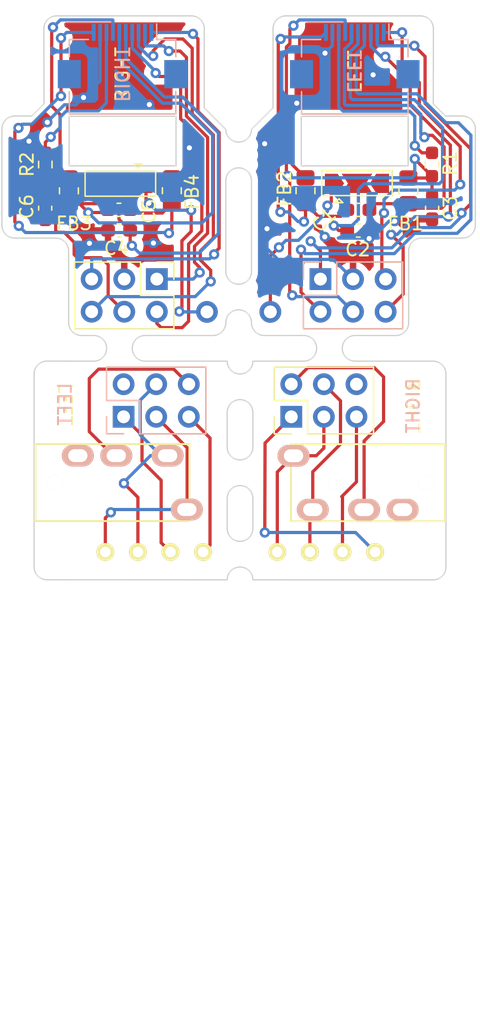
<source format=kicad_pcb>
(kicad_pcb (version 20211014) (generator pcbnew)
  (layers (0 "F.Cu" signal) (31 "B.Cu" signal) (34 "B.Paste" user) (35 "F.Paste" user) (36 "B.SilkS" user "B.Silkscreen") (37 "F.SilkS" user "F.Silkscreen") (38 "B.Mask" user) (39 "F.Mask" user) (44 "Edge.Cuts" user))
  (net 0 "")
  (net 2 "Net-(J1-Pad4)")
  (net 3 "Net-(J2-Pad1)")
  (net 4 "Net-(J2-Pad3)")
  (net 5 "Net-(J1-Pad1)")
  (net 6 "Net-(J1-Pad2)")
  (net 8 "Net-(J4-Pad1)")
  (net 9 "Net-(J4-Pad2)")
  (net 11 "Net-(J4-Pad4)")
  (net 12 "Net-(J5-Pad1)")
  (net 13 "Net-(J5-Pad3)")
  (net 15 "/L_DAT")
  (net 16 "/L_CS")
  (net 17 "/L_EIN")
  (net 18 "/L_DISP")
  (net 19 "VDDA")
  (net 20 "+3V3")
  (net 21 "/L_EXTMODE")
  (net 22 "GND")
  (net 23 "GNDA")
  (net 24 "/L_CLK")
  (net 25 "Net-(J9-Pad1)")
  (net 26 "/R_DISP")
  (net 27 "/R_CLK")
  (net 28 "/R_DAT")
  (net 29 "/R_CS")
  (net 30 "/R_EIN")
  (net 31 "/R_EXTMODE")
  (net 32 "Net-(J12-Pad1)")
  (footprint "Resistor_SMD:R_0603_1608Metric_Pad0.98x0.95mm_HandSolder" (layer "F.Cu") (at 60.522908 33.182859 90)
    (fp_text reference "R1")
    (fp_text value "10kΩ" hide)
  )
  (footprint "Resistor_SMD:R_0805_2012Metric_Pad1.20x1.40mm_HandSolder" (layer "F.Cu") (at 32.22262 35.23 90)
    (fp_text reference "FB3")
    (fp_text value "Ferrite_Bead" hide)
  )
  (footprint "Capacitor_SMD:C_0603_1608Metric_Pad1.08x0.95mm_HandSolder" (layer "F.Cu") (at 36.12262 36.71)
    (fp_text reference "C5")
    (fp_text value "1uF")
  )
  (footprint "TPS42-Shield:OLED" (layer "F.Cu") (at 38.87 63.37 180)
    (fp_text reference "J6" hide)
    (fp_text value "OLED" hide)
  )
  (footprint "Capacitor_SMD:C_0603_1608Metric_Pad1.08x0.95mm_HandSolder" (layer "F.Cu") (at 36.13262 38.32 180)
    (fp_text reference "C4")
    (fp_text value "560pF/680pF" hide)
  )
  (footprint "TPS42-Shield:mouse-bite-2mm-slot" (layer "F.Cu") (at 45.46 32.44 90)
    (fp_text reference "mouse-bite-2mm-slot" hide)
    (fp_text value "VAL**" hide)
  )
  (footprint "Capacitor_SMD:C_0603_1608Metric_Pad1.08x0.95mm_HandSolder" (layer "F.Cu") (at 54.772908 38.322859)
    (fp_text reference "C1")
    (fp_text value "560pF/680pF" hide)
  )
  (footprint "TPS42-Shield:mouse-bite-2mm-slot" (layer "F.Cu") (at 45.55 50.5 -90)
    (fp_text reference "mouse-bite-2mm-slot" hide)
    (fp_text value "VAL**" hide)
  )
  (footprint "Connector_PinHeader_2.54mm:PinHeader_2x03_P2.54mm_Vertical" (layer "F.Cu") (at 39.075 42.107859 -90)
    (fp_text reference "J11" hide)
    (fp_text value "Conn_01x06" hide)
  )
  (footprint "Resistor_SMD:R_0603_1608Metric_Pad0.98x0.95mm_HandSolder" (layer "F.Cu") (at 30.38262 33.18 90)
    (fp_text reference "R2")
    (fp_text value "10kΩ")
  )
  (footprint "TPS42-Shield:mouse-bite-2mm-slot" (layer "F.Cu") (at 45.56 63.54 -90)
    (fp_text reference "mouse-bite-2mm-slot" hide)
    (fp_text value "VAL**" hide)
  )
  (footprint "Capacitor_SMD:C_0603_1608Metric_Pad1.08x0.95mm_HandSolder" (layer "F.Cu") (at 54.782908 36.712859 180)
    (fp_text reference "C2")
    (fp_text value "1uF")
  )
  (footprint "Connector_PinHeader_2.54mm:PinHeader_1x01_P2.54mm_Vertical" (layer "F.Cu") (at 42.98 44.662859)
    (fp_text reference "J12" hide)
    (fp_text value "Conn_01x01" hide)
  )
  (footprint "TPS42-Shield:mouse-bite-2mm-slot" (layer "F.Cu") (at 45.45 43.5 90)
    (fp_text reference "mouse-bite-2mm-slot" hide)
    (fp_text value "VAL**" hide)
  )
  (footprint "TPS42-Shield:OLED" (layer "F.Cu") (at 52.275 63.37 180)
    (fp_text reference "J3")
    (fp_text value "OLED" hide)
  )
  (footprint "Capacitor_SMD:C_0603_1608Metric_Pad1.08x0.95mm_HandSolder" (layer "F.Cu") (at 30.37262 36.58 -90)
    (fp_text reference "C6")
    (fp_text value "1uF" hide)
  )
  (footprint "Capacitor_SMD:C_0603_1608Metric_Pad1.08x0.95mm_HandSolder" (layer "F.Cu") (at 60.532908 36.582859 -90)
    (fp_text reference "C3")
    (fp_text value "1uF")
  )
  (footprint "Resistor_SMD:R_0805_2012Metric_Pad1.20x1.40mm_HandSolder" (layer "F.Cu") (at 40.24262 35.22 90)
    (fp_text reference "FB4")
    (fp_text value "Ferrite_Bead" hide)
  )
  (footprint "Jumper:SolderJumper-3_P2.0mm_Open_TrianglePad1.0x1.5mm" (layer "F.Cu") (at 54.672908 34.650359)
    (fp_text reference "JP1" hide)
    (fp_text value "Jumper_3_Open" hide)
  )
  (footprint "Connector_PinHeader_2.54mm:PinHeader_2x03_P2.54mm_Vertical" (layer "F.Cu") (at 49.555 52.835 90)
    (fp_text reference "J2" hide)
    (fp_text value "Conn_01x06" hide)
  )
  (footprint "Resistor_SMD:R_0805_2012Metric_Pad1.20x1.40mm_HandSolder" (layer "F.Cu") (at 50.662908 35.222859 90)
    (fp_text reference "FB2")
    (fp_text value "Ferrite_Bead" hide)
  )
  (footprint "TPS42-Shield:mouse-bite-2mm-slot" (layer "F.Cu") (at 45.56 57.19 -90)
    (fp_text reference "mouse-bite-2mm-slot" hide)
    (fp_text value "VAL**" hide)
  )
  (footprint "Connector_PinHeader_2.54mm:PinHeader_1x01_P2.54mm_Vertical" (layer "F.Cu") (at 47.922908 44.662859)
    (fp_text reference "J9" hide)
    (fp_text value "Conn_01x01" hide)
  )
  (footprint "TPS42-Shield:mouse-bite-2mm-slot" (layer "F.Cu") (at 36.16 47.500199)
    (fp_text reference "mouse-bite-2mm-slot" hide)
    (fp_text value "VAL**" hide)
  )
  (footprint "Resistor_SMD:R_0805_2012Metric_Pad1.20x1.40mm_HandSolder" (layer "F.Cu") (at 58.682908 35.232859 90)
    (fp_text reference "FB1")
    (fp_text value "Ferrite_Bead" hide)
  )
  (footprint "TPS42-Shield:mouse-bite-2mm-slot" (layer "F.Cu") (at 52.53 47.5)
    (fp_text reference "mouse-bite-2mm-slot" hide)
    (fp_text value "VAL**" hide)
  )
  (footprint "Jumper:SolderJumper-3_P2.0mm_Open_TrianglePad1.0x1.5mm" (layer "F.Cu") (at 36.23262 34.65 180)
    (fp_text reference "JP2" hide)
    (fp_text value "Jumper_3_Open" hide)
  )
  (footprint "TPS42-Shield:MJ-4PP-9" (layer "B.Cu") (at 29.615 59.71 -90)
    (fp_text reference "J4" hide)
    (fp_text value "PJ-320A" hide)
  )
  (footprint "Connector_PinHeader_2.54mm:PinHeader_2x03_P2.54mm_Vertical" (layer "B.Cu") (at 41.565 52.835 90)
    (fp_text reference "J5" hide)
    (fp_text value "Conn_01x06" hide)
  )
  (footprint "Connector_FFC-FPC:Hirose_FH12-10S-0.5SH_1x10-1MP_P0.50mm_Horizontal" (layer "B.Cu") (at 54.502908 24.742859 180)
    (fp_text reference "J7" hide)
    (fp_text value "FH12-10S-0.5SH" hide)
  )
  (footprint "Connector_FFC-FPC:Hirose_FH12-10S-0.5SH_1x10-1MP_P0.50mm_Horizontal" (layer "B.Cu") (at 36.40262 24.74 180)
    (fp_text reference "J10" hide)
    (fp_text value "FH12-10S-0.5SH" hide)
  )
  (footprint "Connector_PinHeader_2.54mm:PinHeader_2x03_P2.54mm_Vertical" (layer "B.Cu") (at 51.827908 42.107859 -90)
    (fp_text reference "J8" hide)
    (fp_text value "Conn_01x06" hide)
  )
  (footprint "TPS42-Shield:MJ-4PP-9" (layer "B.Cu") (at 61.53 56.22 90)
    (fp_text reference "J1" hide)
    (fp_text value "PJ-320A" hide)
  )
  (gr_arc (start 62.902908 29.402859) (mid 63.610049 29.695767) (end 63.902957 30.402908) (layer "Edge.Cuts") (width 0.1))
  (gr_line (start 46.56 55.193604) (end 46.56 52.496396) (layer "Edge.Cuts") (width 0.1))
  (gr_arc (start 46.56 55.193604) (mid 45.56 56.193604) (end 44.56 55.193604) (layer "Edge.Cuts") (width 0.1))
  (gr_arc (start 48.132908 22.600025) (mid 48.425816 21.892884) (end 49.132957 21.599976) (layer "Edge.Cuts") (width 0.1))
  (gr_line (start 32.24 33.282859) (end 40.57 33.282859) (layer "Edge.Cuts") (width 0.1))
  (gr_line (start 61.572908 29.402859) (end 62.902908 29.402859) (layer "Edge.Cuts") (width 0.1))
  (gr_arc (start 63.902908 37.912859) (mid 63.61 38.62) (end 62.902859 38.912908) (layer "Edge.Cuts") (width 0.1))
  (gr_arc (start 44.56 52.496396) (mid 45.56 51.496396) (end 46.56 52.496396) (layer "Edge.Cuts") (width 0.1))
  (gr_line (start 60.632957 22.600074) (end 60.622908 28.452859) (layer "Edge.Cuts") (width 0.1))
  (gr_arc (start 29.507092 49.497141) (mid 29.8 48.79) (end 30.507141 48.497092) (layer "Edge.Cuts") (width 0.1))
  (gr_line (start 44.56 61.54) (end 44.56 59.19) (layer "Edge.Cuts") (width 0.1))
  (gr_arc (start 46.452859 41.506414) (mid 45.452859 42.506414) (end 44.452859 41.506414) (layer "Edge.Cuts") (width 0.1))
  (gr_line (start 29.507092 64.532859) (end 29.507092 49.497141) (layer "Edge.Cuts") (width 0.1))
  (gr_line (start 32.24 29.422859) (end 32.24 33.282859) (layer "Edge.Cuts") (width 0.1))
  (gr_line (start 29.33 29.402859) (end 30.28 28.452859) (layer "Edge.Cuts") (width 0.1))
  (gr_line (start 58.662908 29.422859) (end 50.332908 29.422859) (layer "Edge.Cuts") (width 0.1))
  (gr_arc (start 44.450049 45.50281) (mid 45.451454 44.501405) (end 46.452859 45.50281) (layer "Edge.Cuts") (width 0.1))
  (gr_line (start 38.16 48.500398) (end 44.56 48.5) (layer "Edge.Cuts") (width 0.1))
  (gr_line (start 54.53 46.499801) (end 57.702859 46.502908) (layer "Edge.Cuts") (width 0.1))
  (gr_line (start 32.2 45.502859) (end 32.2 39.912859) (layer "Edge.Cuts") (width 0.1))
  (gr_arc (start 59.632908 21.600025) (mid 60.340049 21.892933) (end 60.632957 22.600074) (layer "Edge.Cuts") (width 0.1))
  (gr_line (start 50.53 48.500199) (end 46.56 48.5) (layer "Edge.Cuts") (width 0.1))
  (gr_line (start 49.132957 21.599976) (end 59.632908 21.600025) (layer "Edge.Cuts") (width 0.1))
  (gr_arc (start 33.200049 46.502908) (mid 32.492908 46.21) (end 32.2 45.502859) (layer "Edge.Cuts") (width 0.1))
  (gr_arc (start 28.000049 38.912908) (mid 27.292908 38.62) (end 27 37.912859) (layer "Edge.Cuts") (width 0.1))
  (gr_line (start 38.16 46.5) (end 43.45 46.502859) (layer "Edge.Cuts") (width 0.1))
  (gr_arc (start 46.56 61.54) (mid 45.56 62.54) (end 44.56 61.54) (layer "Edge.Cuts") (width 0.1))
  (gr_arc (start 26.999951 30.402908) (mid 27.292859 29.695767) (end 28 29.402859) (layer "Edge.Cuts") (width 0.1))
  (gr_arc (start 44.56 65.536396) (mid 45.56 64.536396) (end 46.56 65.536396) (layer "Edge.Cuts") (width 0.1))
  (gr_line (start 42.77 22.600025) (end 42.77 28.762859) (layer "Edge.Cuts") (width 0.1))
  (gr_line (start 46.452859 41.506414) (end 46.452908 34.439255) (layer "Edge.Cuts") (width 0.1))
  (gr_arc (start 31.199951 38.91281) (mid 31.907092 39.205718) (end 32.2 39.912859) (layer "Edge.Cuts") (width 0.1))
  (gr_line (start 50.332908 33.282859) (end 58.662908 33.282859) (layer "Edge.Cuts") (width 0.1))
  (gr_arc (start 34.16 46.5) (mid 35.160199 47.500199) (end 34.16 48.500398) (layer "Edge.Cuts") (width 0.1))
  (gr_line (start 30.507141 48.497092) (end 34.16 48.500398) (layer "Edge.Cuts") (width 0.1))
  (gr_line (start 40.57 33.282859) (end 40.57 29.422859) (layer "Edge.Cuts") (width 0.1))
  (gr_arc (start 46.452908 30.442859) (mid 45.451454 31.444313) (end 44.45 30.442859) (layer "Edge.Cuts") (width 0.1))
  (gr_arc (start 41.769951 21.599976) (mid 42.477092 21.892884) (end 42.77 22.600025) (layer "Edge.Cuts") (width 0.1))
  (gr_arc (start 50.53 46.499801) (mid 51.530199 47.5) (end 50.53 48.500199) (layer "Edge.Cuts") (width 0.1))
  (gr_line (start 34.16 46.5) (end 33.200049 46.502908) (layer "Edge.Cuts") (width 0.1))
  (gr_line (start 62.902859 38.912908) (end 59.702957 38.91281) (layer "Edge.Cuts") (width 0.1))
  (gr_arc (start 58.702908 39.912859) (mid 58.995816 39.205718) (end 59.702957 38.91281) (layer "Edge.Cuts") (width 0.1))
  (gr_line (start 46.56 61.54) (end 46.56 59.19) (layer "Edge.Cuts") (width 0.1))
  (gr_line (start 54.53 48.500199) (end 60.61 48.5) (layer "Edge.Cuts") (width 0.1))
  (gr_line (start 63.902957 30.402908) (end 63.902908 37.912859) (layer "Edge.Cuts") (width 0.1))
  (gr_arc (start 44.450049 45.50281) (mid 44.157141 46.209951) (end 43.45 46.502859) (layer "Edge.Cuts") (width 0.1))
  (gr_arc (start 38.16 48.500398) (mid 37.159801 47.500199) (end 38.16 46.5) (layer "Edge.Cuts") (width 0.1))
  (gr_line (start 42.77 28.762859) (end 44.45 30.442859) (layer "Edge.Cuts") (width 0.1))
  (gr_line (start 60.622908 28.452859) (end 61.572908 29.402859) (layer "Edge.Cuts") (width 0.1))
  (gr_line (start 46.452908 30.442859) (end 48.132908 28.762859) (layer "Edge.Cuts") (width 0.1))
  (gr_line (start 40.57 29.422859) (end 32.24 29.422859) (layer "Edge.Cuts") (width 0.1))
  (gr_line (start 50.332908 29.422859) (end 50.332908 33.282859) (layer "Edge.Cuts") (width 0.1))
  (gr_arc (start 30.507141 65.532908) (mid 29.8 65.24) (end 29.507092 64.532859) (layer "Edge.Cuts") (width 0.1))
  (gr_line (start 48.132908 28.762859) (end 48.132908 22.600025) (layer "Edge.Cuts") (width 0.1))
  (gr_line (start 28 29.402859) (end 29.33 29.402859) (layer "Edge.Cuts") (width 0.1))
  (gr_arc (start 46.56 48.5) (mid 45.56 49.5) (end 44.56 48.5) (layer "Edge.Cuts") (width 0.1))
  (gr_arc (start 61.610049 64.54) (mid 61.317141 65.247141) (end 60.61 65.540049) (layer "Edge.Cuts") (width 0.1))
  (gr_line (start 58.702908 39.912859) (end 58.702908 45.502859) (layer "Edge.Cuts") (width 0.1))
  (gr_line (start 60.61 65.540049) (end 46.56 65.536396) (layer "Edge.Cuts") (width 0.1))
  (gr_arc (start 44.56 59.19) (mid 45.56 58.19) (end 46.56 59.19) (layer "Edge.Cuts") (width 0.1))
  (gr_line (start 44.56 52.496396) (end 44.56 55.193604) (layer "Edge.Cuts") (width 0.1))
  (gr_line (start 61.610049 49.500049) (end 61.610049 64.54) (layer "Edge.Cuts") (width 0.1))
  (gr_line (start 58.662908 33.282859) (end 58.662908 29.422859) (layer "Edge.Cuts") (width 0.1))
  (gr_arc (start 58.702908 45.502859) (mid 58.41 46.21) (end 57.702859 46.502908) (layer "Edge.Cuts") (width 0.1))
  (gr_line (start 31.27 21.600025) (end 41.769951 21.599976) (layer "Edge.Cuts") (width 0.1))
  (gr_arc (start 47.452908 46.502859) (mid 46.745767 46.209951) (end 46.452859 45.50281) (layer "Edge.Cuts") (width 0.1))
  (gr_arc (start 60.61 48.5) (mid 61.317141 48.792908) (end 61.610049 49.500049) (layer "Edge.Cuts") (width 0.1))
  (gr_line (start 30.28 28.452859) (end 30.269951 22.600074) (layer "Edge.Cuts") (width 0.1))
  (gr_arc (start 44.452908 34.439255) (mid 45.452908 33.439255) (end 46.452908 34.439255) (layer "Edge.Cuts") (width 0.1))
  (gr_line (start 44.452908 34.439255) (end 44.452859 41.506414) (layer "Edge.Cuts") (width 0.1))
  (gr_line (start 44.56 65.536396) (end 30.507141 65.532908) (layer "Edge.Cuts") (width 0.1))
  (gr_line (start 50.53 46.499801) (end 47.452908 46.502859) (layer "Edge.Cuts") (width 0.1))
  (gr_line (start 27 37.912859) (end 26.999951 30.402908) (layer "Edge.Cuts") (width 0.1))
  (gr_arc (start 30.269951 22.600074) (mid 30.562859 21.892933) (end 31.27 21.600025) (layer "Edge.Cuts") (width 0.1))
  (gr_arc (start 54.53 48.500199) (mid 53.529801 47.5) (end 54.53 46.499801) (layer "Edge.Cuts") (width 0.1))
  (gr_line (start 31.199951 38.91281) (end 28.000049 38.912908) (layer "Edge.Cuts") (width 0.1))
  (gr_text "RIGHT" (at 59.05 51.98 90) (layer "B.SilkS") (effects (font (size 1 1)) (justify mirror)))
  (gr_text "LEFT" (at 31.915 51.85 90) (layer "B.SilkS") (effects (font (size 1 1)) (justify mirror)))
  (gr_text "RIGHT" (at 36.38 26.17 270) (layer "B.SilkS") (effects (font (size 1 1)) (justify mirror)))
  (gr_text "LEFT" (at 54.43 25.92 270) (layer "B.SilkS") (effects (font (size 1 1)) (justify mirror)))
  (gr_text "RIGHT" (at 36.38 26.17 90) (layer "F.SilkS") (effects (font (size 1 1))))
  (gr_text "LEFT" (at 54.52 25.95 90) (layer "F.SilkS") (effects (font (size 1 1))))
  (gr_text "RIGHT" (at 58.990097 51.960766 270) (layer "F.SilkS") (effects (font (size 1 1))))
  (gr_text "LEFT" (at 31.915 51.85 270) (layer "F.SilkS") (effects (font (size 1 1))))
  (segment (start 48.465 57.135) (end 48.465 63.37) (width 0.25) (layer "F.Cu") (net 2))
  (segment (start 49.73 55.87) (end 48.465 57.135) (width 0.25) (layer "F.Cu") (net 2))
  (segment (start 52.095 55.275) (end 51.5 55.87) (width 0.25) (layer "F.Cu") (net 2))
  (segment (start 51.5 55.87) (end 49.73 55.87) (width 0.25) (layer "F.Cu") (net 2))
  (segment (start 52.095 52.835) (end 52.095 55.275) (width 0.25) (layer "F.Cu") (net 2))
  (segment (start 49.555 52.835) (end 47.51 54.88) (width 0.25) (layer "F.Cu") (net 3))
  (segment (start 47.51 54.88) (end 47.49 61.85) (width 0.25) (layer "F.Cu") (net 3))
  (via (at 47.49 61.85) (size 0.8) (drill 0.4) (layers "F.Cu" "B.Cu") (net 3))
  (segment (start 47.49 61.85) (end 54.565 61.85) (width 0.25) (layer "B.Cu") (net 3))
  (segment (start 54.565 61.85) (end 56.085 63.37) (width 0.25) (layer "B.Cu") (net 3))
  (segment (start 54.635 52.835) (end 54.635 57.905) (width 0.25) (layer "F.Cu") (net 4))
  (segment (start 54.635 57.905) (end 53.49 59.05) (width 0.25) (layer "F.Cu") (net 4))
  (segment (start 53.545 59.105) (end 53.545 63.37) (width 0.25) (layer "F.Cu") (net 4))
  (segment (start 53.49 59.05) (end 53.545 59.105) (width 0.25) (layer "F.Cu") (net 4))
  (segment (start 51.005 63.37) (end 51.005 60.295) (width 0.25) (layer "F.Cu") (net 5))
  (segment (start 53.39 54.96) (end 53.39 51.59) (width 0.25) (layer "F.Cu") (net 5))
  (segment (start 53.39 51.59) (end 52.095 50.295) (width 0.25) (layer "F.Cu") (net 5))
  (segment (start 51.23 57.12) (end 53.39 54.96) (width 0.25) (layer "F.Cu") (net 5))
  (segment (start 51.005 60.295) (end 51.23 60.07) (width 0.25) (layer "F.Cu") (net 5))
  (segment (start 51.23 60.07) (end 51.23 57.12) (width 0.25) (layer "F.Cu") (net 5))
  (segment (start 55.23 60.07) (end 55.23 54.72) (width 0.25) (layer "F.Cu") (net 6))
  (segment (start 56.03 49.01) (end 50.84 49.01) (width 0.25) (layer "F.Cu") (net 6))
  (segment (start 55.23 54.72) (end 56.75 53.2) (width 0.25) (layer "F.Cu") (net 6))
  (segment (start 56.75 49.73) (end 56.03 49.01) (width 0.25) (layer "F.Cu") (net 6))
  (segment (start 50.84 49.01) (end 49.555 50.295) (width 0.25) (layer "F.Cu") (net 6))
  (segment (start 56.75 53.2) (end 56.75 49.73) (width 0.25) (layer "F.Cu") (net 6))
  (segment (start 37.6 63.37) (end 37.6 59.11) (width 0.25) (layer "F.Cu") (net 8))
  (segment (start 37.6 59.11) (end 36.51 58.02) (width 0.25) (layer "F.Cu") (net 8))
  (via (at 36.51 58.02) (size 0.8) (drill 0.4) (layers "F.Cu" "B.Cu") (net 8))
  (segment (start 36.51 57.93) (end 36.51 58.02) (width 0.25) (layer "B.Cu") (net 8))
  (segment (start 39.025 50.295) (end 37.78 51.54) (width 0.25) (layer "B.Cu") (net 8))
  (segment (start 39.4 55.86) (end 39.915 55.86) (width 0.25) (layer "B.Cu") (net 8))
  (segment (start 37.78 51.54) (end 37.78 54.24) (width 0.25) (layer "B.Cu") (net 8))
  (segment (start 37.78 54.24) (end 39.4 55.86) (width 0.25) (layer "B.Cu") (net 8))
  (segment (start 39.915 55.86) (end 38.58 55.86) (width 0.25) (layer "B.Cu") (net 8))
  (segment (start 38.58 55.86) (end 36.51 57.93) (width 0.25) (layer "B.Cu") (net 8))
  (segment (start 33.81 53.99) (end 33.81 49.85) (width 0.25) (layer "F.Cu") (net 9))
  (segment (start 35.68 55.86) (end 33.81 53.99) (width 0.25) (layer "F.Cu") (net 9))
  (segment (start 35.915 55.86) (end 35.68 55.86) (width 0.25) (layer "F.Cu") (net 9))
  (segment (start 33.81 49.85) (end 34.539511 49.120489) (width 0.25) (layer "F.Cu") (net 9))
  (segment (start 40.390489 49.120489) (end 41.565 50.295) (width 0.25) (layer "F.Cu") (net 9))
  (segment (start 34.539511 49.120489) (end 40.390489 49.120489) (width 0.25) (layer "F.Cu") (net 9))
  (segment (start 35.06 63.37) (end 35.06 60.71) (width 0.25) (layer "F.Cu") (net 11))
  (segment (start 41.43952 60.03548) (end 41.415 60.06) (width 0.25) (layer "F.Cu") (net 11))
  (segment (start 35.06 60.71) (end 35.49 60.28) (width 0.25) (layer "F.Cu") (net 11))
  (segment (start 39.025 52.835) (end 41.43952 55.24952) (width 0.25) (layer "F.Cu") (net 11))
  (segment (start 41.43952 55.24952) (end 41.43952 60.03548) (width 0.25) (layer "F.Cu") (net 11))
  (via (at 35.49 60.28) (size 0.8) (drill 0.4) (layers "F.Cu" "B.Cu") (net 11))
  (segment (start 35.71 60.06) (end 35.49 60.28) (width 0.25) (layer "B.Cu") (net 11))
  (segment (start 41.415 60.06) (end 35.71 60.06) (width 0.25) (layer "B.Cu") (net 11))
  (segment (start 43.22 62.83) (end 43.22 54.49) (width 0.25) (layer "F.Cu") (net 12))
  (segment (start 42.68 63.37) (end 43.22 62.83) (width 0.25) (layer "F.Cu") (net 12))
  (segment (start 43.22 54.49) (end 41.565 52.835) (width 0.25) (layer "F.Cu") (net 12))
  (segment (start 37.92 56.29) (end 39.41 57.78) (width 0.25) (layer "F.Cu") (net 13))
  (segment (start 39.41 57.78) (end 39.41 62.64) (width 0.25) (layer "F.Cu") (net 13))
  (segment (start 36.485 52.835) (end 37.92 54.27) (width 0.25) (layer "F.Cu") (net 13))
  (segment (start 37.92 54.27) (end 37.92 56.29) (width 0.25) (layer "F.Cu") (net 13))
  (segment (start 39.41 62.64) (end 40.14 63.37) (width 0.25) (layer "F.Cu") (net 13))
  (segment (start 62.828408 36.955081) (end 63.532908 36.250581) (width 0.25) (layer "F.Cu") (net 15))
  (segment (start 59.982428 28.406661) (end 59.982428 24.765348) (width 0.25) (layer "F.Cu") (net 15))
  (segment (start 51.827908 39.917765) (end 51.827908 42.107859) (width 0.25) (layer "F.Cu") (net 15))
  (segment (start 63.532908 36.250581) (end 63.532908 31.957141) (width 0.25) (layer "F.Cu") (net 15))
  (segment (start 59.982428 24.765348) (end 59.146749 23.929669) (width 0.25) (layer "F.Cu") (net 15))
  (segment (start 63.532908 31.957141) (end 59.982428 28.406661) (width 0.25) (layer "F.Cu") (net 15))
  (segment (start 51.067065 39.156922) (end 51.827908 39.917765) (width 0.25) (layer "F.Cu") (net 15))
  (via (at 51.067065 39.156922) (size 0.8) (drill 0.4) (layers "F.Cu" "B.Cu") (net 15))
  (via (at 62.828408 36.955081) (size 0.8) (drill 0.4) (layers "F.Cu" "B.Cu") (net 15))
  (via (at 59.146749 23.929669) (size 0.8) (drill 0.4) (layers "F.Cu" "B.Cu") (net 15))
  (segment (start 61.967042 38.093339) (end 62.828408 37.231973) (width 0.25) (layer "B.Cu") (net 15))
  (segment (start 62.828408 37.231973) (end 62.828408 36.955081) (width 0.25) (layer "B.Cu") (net 15))
  (segment (start 56.343886 23.932859) (end 59.146749 23.929669) (width 0.25) (layer "B.Cu") (net 15))
  (segment (start 51.067065 39.156922) (end 51.583482 39.673339) (width 0.25) (layer "B.Cu") (net 15))
  (segment (start 57.39671 39.673339) (end 58.97671 38.093339) (width 0.25) (layer "B.Cu") (net 15))
  (segment (start 56.252908 22.892859) (end 56.252908 23.841881) (width 0.25) (layer "B.Cu") (net 15))
  (segment (start 56.252908 23.841881) (end 56.343886 23.932859) (width 0.25) (layer "B.Cu") (net 15))
  (segment (start 51.583482 39.673339) (end 57.39671 39.673339) (width 0.25) (layer "B.Cu") (net 15))
  (segment (start 58.97671 38.093339) (end 61.967042 38.093339) (width 0.25) (layer "B.Cu") (net 15))
  (segment (start 61.952908 37.082859) (end 61.952908 31.667141) (width 0.25) (layer "F.Cu") (net 16))
  (segment (start 57.337408 38.638839) (end 58.272908 39.574339) (width 0.25) (layer "F.Cu") (net 16))
  (segment (start 58.822908 28.537141) (end 58.822908 26.722859) (width 0.25) (layer "F.Cu") (net 16))
  (segment (start 58.272908 43.282859) (end 56.907908 44.647859) (width 0.25) (layer "F.Cu") (net 16))
  (segment (start 61.952908 31.667141) (end 58.822908 28.537141) (width 0.25) (layer "F.Cu") (net 16))
  (segment (start 58.822908 26.722859) (end 56.882908 24.782859) (width 0.25) (layer "F.Cu") (net 16))
  (segment (start 61.792908 37.242859) (end 61.952908 37.082859) (width 0.25) (layer "F.Cu") (net 16))
  (segment (start 58.272908 39.574339) (end 58.272908 43.282859) (width 0.25) (layer "F.Cu") (net 16))
  (via (at 61.792908 37.242859) (size 0.8) (drill 0.4) (layers "F.Cu" "B.Cu") (net 16))
  (via (at 57.337408 38.638839) (size 0.8) (drill 0.4) (layers "F.Cu" "B.Cu") (net 16))
  (via (at 56.882908 24.782859) (size 0.8) (drill 0.4) (layers "F.Cu" "B.Cu") (net 16))
  (segment (start 55.752908 23.977599) (end 56.558168 24.782859) (width 0.25) (layer "B.Cu") (net 16))
  (segment (start 57.795492 38.638839) (end 59.191472 37.242859) (width 0.25) (layer "B.Cu") (net 16))
  (segment (start 56.558168 24.782859) (end 56.882908 24.782859) (width 0.25) (layer "B.Cu") (net 16))
  (segment (start 59.191472 37.242859) (end 61.792908 37.242859) (width 0.25) (layer "B.Cu") (net 16))
  (segment (start 57.337408 38.638839) (end 57.795492 38.638839) (width 0.25) (layer "B.Cu") (net 16))
  (segment (start 55.752908 22.892859) (end 55.752908 23.977599) (width 0.25) (layer "B.Cu") (net 16))
  (segment (start 50.312908 43.132859) (end 51.827908 44.647859) (width 0.25) (layer "F.Cu") (net 17))
  (segment (start 50.312908 39.812859) (end 50.312908 43.132859) (width 0.25) (layer "F.Cu") (net 17))
  (via (at 50.312908 39.812859) (size 0.8) (drill 0.4) (layers "F.Cu" "B.Cu") (net 17))
  (segment (start 59.354348 27.674299) (end 54.774348 27.674299) (width 0.25) (layer "B.Cu") (net 17))
  (segment (start 63.552908 30.892859) (end 62.582908 29.922859) (width 0.25) (layer "B.Cu") (net 17))
  (segment (start 50.622908 40.122859) (end 57.582908 40.122859) (width 0.25) (layer "B.Cu") (net 17))
  (segment (start 55.252908 23.924295) (end 55.252908 22.892859) (width 0.25) (layer "B.Cu") (net 17))
  (segment (start 63.552908 37.472859) (end 63.552908 30.892859) (width 0.25) (layer "B.Cu") (net 17))
  (segment (start 54.774348 27.674299) (end 54.608626 27.508577) (width 0.25) (layer "B.Cu") (net 17))
  (segment (start 57.582908 40.122859) (end 59.162908 38.542859) (width 0.25) (layer "B.Cu") (net 17))
  (segment (start 62.482908 38.542859) (end 63.552908 37.472859) (width 0.25) (layer "B.Cu") (net 17))
  (segment (start 61.602908 29.922859) (end 59.354348 27.674299) (width 0.25) (layer "B.Cu") (net 17))
  (segment (start 62.582908 29.922859) (end 61.602908 29.922859) (width 0.25) (layer "B.Cu") (net 17))
  (segment (start 50.312908 39.812859) (end 50.622908 40.122859) (width 0.25) (layer "B.Cu") (net 17))
  (segment (start 59.162908 38.542859) (end 62.482908 38.542859) (width 0.25) (layer "B.Cu") (net 17))
  (segment (start 54.608626 24.568577) (end 55.252908 23.924295) (width 0.25) (layer "B.Cu") (net 17))
  (segment (start 54.608626 27.508577) (end 54.608626 24.568577) (width 0.25) (layer "B.Cu") (net 17))
  (segment (start 54.782428 37.450839) (end 54.782428 34.759879) (width 0.25) (layer "F.Cu") (net 18))
  (segment (start 52.865704 37.937359) (end 53.251204 38.322859) (width 0.25) (layer "F.Cu") (net 18))
  (segment (start 53.910408 38.322859) (end 54.782428 37.450839) (width 0.25) (layer "F.Cu") (net 18))
  (segment (start 53.251204 38.322859) (end 53.910408 38.322859) (width 0.25) (layer "F.Cu") (net 18))
  (segment (start 54.782428 34.759879) (end 54.672908 34.650359) (width 0.25) (layer "F.Cu") (net 18))
  (via (at 52.865704 37.937359) (size 0.8) (drill 0.4) (layers "F.Cu" "B.Cu") (net 18))
  (segment (start 54.312908 28.123819) (end 54.151948 27.962859) (width 0.25) (layer "B.Cu") (net 18))
  (segment (start 54.752908 23.788577) (end 54.752908 22.892859) (width 0.25) (layer "B.Cu") (net 18))
  (segment (start 60.112428 29.090943) (end 59.145304 28.123819) (width 0.25) (layer "B.Cu") (net 18))
  (segment (start 52.865704 37.937359) (end 54.298408 37.937359) (width 0.25) (layer "B.Cu") (net 18))
  (segment (start 54.151948 27.962859) (end 54.151948 24.389537) (width 0.25) (layer "B.Cu") (net 18))
  (segment (start 55.222908 34.682859) (end 61.092908 34.682859) (width 0.25) (layer "B.Cu") (net 18))
  (segment (start 61.345049 30.300718) (end 60.135274 29.090943) (width 0.25) (layer "B.Cu") (net 18))
  (segment (start 54.782908 35.122859) (end 55.222908 34.682859) (width 0.25) (layer "B.Cu") (net 18))
  (segment (start 54.782908 37.452859) (end 54.782908 35.122859) (width 0.25) (layer "B.Cu") (net 18))
  (segment (start 61.345049 34.430718) (end 61.345049 30.300718) (width 0.25) (layer "B.Cu") (net 18))
  (segment (start 61.092908 34.682859) (end 61.345049 34.430718) (width 0.25) (layer "B.Cu") (net 18))
  (segment (start 54.298408 37.937359) (end 54.782908 37.452859) (width 0.25) (layer "B.Cu") (net 18))
  (segment (start 59.145304 28.123819) (end 54.312908 28.123819) (width 0.25) (layer "B.Cu") (net 18))
  (segment (start 60.135274 29.090943) (end 60.112428 29.090943) (width 0.25) (layer "B.Cu") (net 18))
  (segment (start 54.151948 24.389537) (end 54.752908 23.788577) (width 0.25) (layer "B.Cu") (net 18))
  (segment (start 32.22262 36.23) (end 33.04 36.23) (width 0.25) (layer "F.Cu") (net 19))
  (segment (start 35.05012 36.92) (end 35.26012 36.71) (width 0.25) (layer "F.Cu") (net 19))
  (segment (start 58.682908 36.232859) (end 56.125408 36.232859) (width 0.25) (layer "F.Cu") (net 19))
  (segment (start 34.78012 36.23) (end 35.26012 36.71) (width 0.25) (layer "F.Cu") (net 19))
  (segment (start 61.462908 31.812859) (end 61.462908 36.392859) (width 0.25) (layer "F.Cu") (net 19))
  (segment (start 60.551948 30.901899) (end 61.462908 31.812859) (width 0.25) (layer "F.Cu") (net 19))
  (segment (start 59.927408 31.052859) (end 60.078368 30.901899) (width 0.25) (layer "F.Cu") (net 19))
  (segment (start 60.078368 30.901899) (end 60.551948 30.901899) (width 0.25) (layer "F.Cu") (net 19))
  (segment (start 61.273388 36.582379) (end 59.032428 36.582379) (width 0.25) (layer "F.Cu") (net 19))
  (segment (start 61.462908 36.392859) (end 61.273388 36.582379) (width 0.25) (layer "F.Cu") (net 19))
  (segment (start 59.032428 36.582379) (end 58.682908 36.232859) (width 0.25) (layer "F.Cu") (net 19))
  (segment (start 33.73 36.92) (end 35.05012 36.92) (width 0.25) (layer "F.Cu") (net 19))
  (segment (start 32.22262 36.23) (end 34.78012 36.23) (width 0.25) (layer "F.Cu") (net 19))
  (segment (start 56.125408 36.232859) (end 55.645408 36.712859) (width 0.25) (layer "F.Cu") (net 19))
  (segment (start 33.04 36.23) (end 33.73 36.92) (width 0.25) (layer "F.Cu") (net 19))
  (via (at 33.73 36.92) (size 0.8) (drill 0.4) (layers "F.Cu" "B.Cu") (net 19))
  (via (at 59.927408 31.052859) (size 0.8) (drill 0.4) (layers "F.Cu" "B.Cu") (net 19))
  (segment (start 39.514282 28.4) (end 36.15262 25.038338) (width 0.25) (layer "B.Cu") (net 19))
  (segment (start 59.652428 30.777879) (end 59.652428 29.266662) (width 0.25) (layer "B.Cu") (net 19))
  (segment (start 33.73 36.92) (end 34.54 37.73) (width 0.25) (layer "B.Cu") (net 19))
  (segment (start 36.15262 25.038338) (end 36.15262 22.89) (width 0.25) (layer "B.Cu") (net 19))
  (segment (start 34.54 37.73) (end 42.6 37.73) (width 0.25) (layer "B.Cu") (net 19))
  (segment (start 43.42048 36.90952) (end 43.42048 30.886198) (width 0.25) (layer "B.Cu") (net 19))
  (segment (start 43.42048 30.886198) (end 40.934282 28.4) (width 0.25) (layer "B.Cu") (net 19))
  (segment (start 54.252908 23.652859) (end 54.252908 22.892859) (width 0.25) (layer "B.Cu") (net 19))
  (segment (start 53.702428 24.203339) (end 54.252908 23.652859) (width 0.25) (layer "B.Cu") (net 19))
  (segment (start 59.652428 29.266662) (end 58.959106 28.573339) (width 0.25) (layer "B.Cu") (net 19))
  (segment (start 42.6 37.73) (end 43.42048 36.90952) (width 0.25) (layer "B.Cu") (net 19))
  (segment (start 53.813388 28.573339) (end 53.702428 28.462379) (width 0.25) (layer "B.Cu") (net 19))
  (segment (start 58.959106 28.573339) (end 53.813388 28.573339) (width 0.25) (layer "B.Cu") (net 19))
  (segment (start 40.934282 28.4) (end 39.514282 28.4) (width 0.25) (layer "B.Cu") (net 19))
  (segment (start 59.927408 31.052859) (end 59.652428 30.777879) (width 0.25) (layer "B.Cu") (net 19))
  (segment (start 53.702428 28.462379) (end 53.702428 24.203339) (width 0.25) (layer "B.Cu") (net 19))
  (segment (start 31.53 29.28) (end 30.88 28.63) (width 0.25) (layer "F.Cu") (net 20))
  (segment (start 56.672908 34.650359) (end 58.265408 34.650359) (width 0.25) (layer "F.Cu") (net 20))
  (segment (start 49.262908 34.062859) (end 49.172428 33.972379) (width 0.25) (layer "F.Cu") (net 20))
  (segment (start 58.682908 34.232859) (end 60.385408 34.232859) (width 0.25) (layer "F.Cu") (net 20))
  (segment (start 32.22262 34.23) (end 32.22 34.23) (width 0.25) (layer "F.Cu") (net 20))
  (segment (start 32.22262 34.23) (end 33.81262 34.23) (width 0.25) (layer "F.Cu") (net 20))
  (segment (start 30.6175 35.7175) (end 31.19 36.29) (width 0.25) (layer "F.Cu") (net 20))
  (segment (start 30.88 22.59) (end 30.98 22.49) (width 0.25) (layer "F.Cu") (net 20))
  (segment (start 49.447419 22.618348) (end 49.492908 22.572859) (width 0.25) (layer "F.Cu") (net 20))
  (segment (start 32.22 34.23) (end 31.53 33.54) (width 0.25) (layer "F.Cu") (net 20))
  (segment (start 60.522908 35.710359) (end 60.532908 35.720359) (width 0.25) (layer "F.Cu") (net 20))
  (segment (start 49.447419 23.757868) (end 49.447419 22.618348) (width 0.25) (layer "F.Cu") (net 20))
  (segment (start 30.38262 35.7075) (end 30.37262 35.7175) (width 0.25) (layer "F.Cu") (net 20))
  (segment (start 58.265408 34.650359) (end 58.682908 34.232859) (width 0.25) (layer "F.Cu") (net 20))
  (segment (start 33.81262 34.23) (end 34.23262 34.65) (width 0.25) (layer "F.Cu") (net 20))
  (segment (start 60.385408 34.232859) (end 60.522908 34.095359) (width 0.25) (layer "F.Cu") (net 20))
  (segment (start 49.629711 43.373987) (end 49.432908 43.177184) (width 0.25) (layer "F.Cu") (net 20))
  (segment (start 49.492908 22.572859) (end 49.512908 22.572859) (width 0.25) (layer "F.Cu") (net 20))
  (segment (start 35.28 40.98) (end 35.28 43.392859) (width 0.25) (layer "F.Cu") (net 20))
  (segment (start 60.522908 34.095359) (end 60.522908 35.710359) (width 0.25) (layer "F.Cu") (net 20))
  (segment (start 59.180579 32.75303) (end 60.522908 34.095359) (width 0.25) (layer "F.Cu") (net 20))
  (segment (start 34.74 40.44) (end 35.28 40.98) (width 0.25) (layer "F.Cu") (net 20))
  (segment (start 31.85 38.46) (end 32.63 39.24) (width 0.25) (layer "F.Cu") (net 20))
  (segment (start 30.38262 34.0925) (end 30.38262 35.7075) (width 0.25) (layer "F.Cu") (net 20))
  (segment (start 30.88 28.63) (end 30.88 22.59) (width 0.25) (layer "F.Cu") (net 20))
  (segment (start 32.88 40.44) (end 34.74 40.44) (width 0.25) (layer "F.Cu") (net 20))
  (segment (start 49.432908 34.232859) (end 49.262908 34.062859) (width 0.25) (layer "F.Cu") (net 20))
  (segment (start 35.28 43.392859) (end 36.535 44.647859) (width 0.25) (layer "F.Cu") (net 20))
  (segment (start 31.53 33.54) (end 31.53 29.28) (width 0.25) (layer "F.Cu") (net 20))
  (segment (start 30.38262 34.0925) (end 32.08512 34.0925) (width 0.25) (layer "F.Cu") (net 20))
  (segment (start 30.37262 35.7175) (end 30.6175 35.7175) (width 0.25) (layer "F.Cu") (net 20))
  (segment (start 49.512908 22.572859) (end 49.722908 22.362859) (width 0.25) (layer "F.Cu") (net 20))
  (segment (start 32.63 40.19) (end 32.88 40.44) (width 0.25) (layer "F.Cu") (net 20))
  (segment (start 31.19 36.29) (end 31.19 38.33) (width 0.25) (layer "F.Cu") (net 20))
  (segment (start 32.63 39.24) (end 32.63 40.19) (width 0.25) (layer "F.Cu") (net 20))
  (segment (start 32.08512 34.0925) (end 32.22262 34.23) (width 0.25) (layer "F.Cu") (net 20))
  (segment (start 31.19 38.33) (end 31.32 38.46) (width 0.25) (layer "F.Cu") (net 20))
  (segment (start 49.172428 33.972379) (end 49.172428 24.032859) (width 0.25) (layer "F.Cu") (net 20))
  (segment (start 49.432908 43.177184) (end 49.432908 34.232859) (width 0.25) (layer "F.Cu") (net 20))
  (segment (start 31.32 38.46) (end 31.85 38.46) (width 0.25) (layer "F.Cu") (net 20))
  (segment (start 49.172428 24.032859) (end 49.447419 23.757868) (width 0.25) (layer "F.Cu") (net 20))
  (segment (start 59.180579 32.74173) (end 59.180579 32.75303) (width 0.25) (layer "F.Cu") (net 20))
  (via (at 49.262908 34.062859) (size 0.8) (drill 0.4) (layers "F.Cu" "B.Cu") (net 20))
  (via (at 49.722908 22.362859) (size 0.8) (drill 0.4) (layers "F.Cu" "B.Cu") (net 20))
  (via (at 49.629711 43.373987) (size 0.8) (drill 0.4) (layers "F.Cu" "B.Cu") (net 20))
  (via (at 30.98 22.49) (size 0.8) (drill 0.4) (layers "F.Cu" "B.Cu") (net 20))
  (via (at 59.180579 32.74173) (size 0.8) (drill 0.4) (layers "F.Cu" "B.Cu") (net 20))
  (segment (start 35.65262 22.89) (end 35.65262 21.940978) (width 0.25) (layer "B.Cu") (net 20))
  (segment (start 49.629711 43.373987) (end 49.729072 43.473348) (width 0.25) (layer "B.Cu") (net 20))
  (segment (start 53.727419 21.918348) (end 50.167419 21.918348) (width 0.25) (layer "B.Cu") (net 20))
  (segment (start 53.752908 22.892859) (end 53.752908 21.943837) (width 0.25) (layer "B.Cu") (net 20))
  (segment (start 49.262908 34.062859) (end 49.412908 34.212859) (width 0.25) (layer "B.Cu") (net 20))
  (segment (start 31.554511 21.915489) (end 30.98 22.49) (width 0.25) (layer "B.Cu") (net 20))
  (segment (start 50.167419 21.918348) (end 49.722908 22.362859) (width 0.25) (layer "B.Cu") (net 20))
  (segment (start 53.752908 21.943837) (end 53.727419 21.918348) (width 0.25) (layer "B.Cu") (net 20))
  (segment (start 35.65262 21.940978) (end 35.627131 21.915489) (width 0.25) (layer "B.Cu") (net 20))
  (segment (start 49.412908 34.212859) (end 58.962908 34.212859) (width 0.25) (layer "B.Cu") (net 20))
  (segment (start 59.180579 33.995188) (end 59.180579 32.74173) (width 0.25) (layer "B.Cu") (net 20))
  (segment (start 53.193397 43.473348) (end 54.367908 44.647859) (width 0.25) (layer "B.Cu") (net 20))
  (segment (start 49.729072 43.473348) (end 53.193397 43.473348) (width 0.25) (layer "B.Cu") (net 20))
  (segment (start 58.962908 34.212859) (end 59.180579 33.995188) (width 0.25) (layer "B.Cu") (net 20))
  (segment (start 35.627131 21.915489) (end 31.554511 21.915489) (width 0.25) (layer "B.Cu") (net 20))
  (segment (start 59.733807 32.270359) (end 60.522908 32.270359) (width 0.25) (layer "F.Cu") (net 21))
  (segment (start 59.180615 31.717167) (end 59.733807 32.270359) (width 0.25) (layer "F.Cu") (net 21))
  (via (at 59.180615 31.717167) (size 0.8) (drill 0.4) (layers "F.Cu" "B.Cu") (net 21))
  (segment (start 53.252908 28.682859) (end 53.252908 22.892859) (width 0.25) (layer "B.Cu") (net 21))
  (segment (start 59.180615 31.717167) (end 59.180615 29.430566) (width 0.25) (layer "B.Cu") (net 21))
  (segment (start 53.592908 29.022859) (end 53.252908 28.682859) (width 0.25) (layer "B.Cu") (net 21))
  (segment (start 58.772908 29.022859) (end 53.592908 29.022859) (width 0.25) (layer "B.Cu") (net 21))
  (segment (start 59.180615 29.430566) (end 58.772908 29.022859) (width 0.25) (layer "B.Cu") (net 21))
  (segment (start 49.621948 28.763819) (end 49.982908 28.402859) (width 0.25) (layer "F.Cu") (net 22))
  (segment (start 49.621948 33.181899) (end 49.621948 28.763819) (width 0.25) (layer "F.Cu") (net 22))
  (segment (start 60.532908 37.445359) (end 57.760408 37.445359) (width 0.25) (layer "F.Cu") (net 22))
  (segment (start 50.662908 34.222859) (end 49.621948 33.181899) (width 0.25) (layer "F.Cu") (net 22))
  (segment (start 57.760408 37.445359) (end 57.612908 37.592859) (width 0.25) (layer "F.Cu") (net 22))
  (via (at 32.43 37.61) (size 0.8) (drill 0.4) (layers "F.Cu" "B.Cu") (net 22))
  (via (at 38.49 28.51) (size 0.8) (drill 0.4) (layers "F.Cu" "B.Cu") (net 22))
  (via (at 47.662908 38.182859) (size 0.8) (drill 0.4) (layers "F.Cu" "B.Cu") (net 22))
  (via (at 33.36 27.96) (size 0.8) (drill 0.4) (layers "F.Cu" "B.Cu") (net 22))
  (via (at 29.11 31.36) (size 0.8) (drill 0.4) (layers "F.Cu" "B.Cu") (net 22))
  (via (at 52.162908 38.812859) (size 0.8) (drill 0.4) (layers "F.Cu" "B.Cu") (net 22))
  (via (at 30.54 29.89) (size 0.8) (drill 0.4) (layers "F.Cu" "B.Cu") (net 22))
  (via (at 52.182908 24.502859) (size 0.8) (drill 0.4) (layers "F.Cu" "B.Cu") (net 22))
  (via (at 55.622908 38.948839) (size 0.8) (drill 0.4) (layers "F.Cu" "B.Cu") (net 22))
  (via (at 38.808717 39.299948) (size 0.8) (drill 0.4) (layers "F.Cu" "B.Cu") (net 22))
  (via (at 57.612908 37.592859) (size 0.8) (drill 0.4) (layers "F.Cu" "B.Cu") (net 22))
  (via (at 41.61 31.88) (size 0.8) (drill 0.4) (layers "F.Cu" "B.Cu") (net 22))
  (via (at 55.932908 26.192859) (size 0.8) (drill 0.4) (layers "F.Cu" "B.Cu") (net 22))
  (via (at 47.48 31.56) (size 0.8) (drill 0.4) (layers "F.Cu" "B.Cu") (net 22))
  (via (at 33.82 39.32) (size 0.8) (drill 0.4) (layers "F.Cu" "B.Cu") (net 22))
  (via (at 49.982908 28.402859) (size 0.8) (drill 0.4) (layers "F.Cu" "B.Cu") (net 22))
  (segment (start 55.622908 38.948839) (end 55.8169 38.948839) (width 0.25) (layer "B.Cu") (net 22))
  (segment (start 57.17288 37.592859) (end 57.612908 37.592859) (width 0.25) (layer "B.Cu") (net 22))
  (segment (start 32.76 28.53) (end 33.36 27.96) (width 0.25) (layer "B.Cu") (net 22))
  (segment (start 30.54 29.854282) (end 31.864282 28.53) (width 0.25) (layer "B.Cu") (net 22))
  (segment (start 52.752908 23.912859) (end 52.182908 24.502859) (width 0.25) (layer "B.Cu") (net 22))
  (segment (start 31.864282 28.53) (end 32.76 28.53) (width 0.25) (layer "B.Cu") (net 22))
  (segment (start 47.662908 39.727473) (end 47.662908 38.182859) (width 0.25) (layer "B.Cu") (net 22))
  (segment (start 55.8169 38.948839) (end 57.17288 37.592859) (width 0.25) (layer "B.Cu") (net 22))
  (segment (start 54.367908 42.107859) (end 52.832908 40.572859) (width 0.25) (layer "B.Cu") (net 22))
  (segment (start 34.65262 22.89) (end 34.65262 26.66738) (width 0.25) (layer "B.Cu") (net 22))
  (segment (start 48.508294 40.572859) (end 47.662908 39.727473) (width 0.25) (layer "B.Cu") (net 22))
  (segment (start 34.65262 26.66738) (end 33.36 27.96) (width 0.25) (layer "B.Cu") (net 22))
  (segment (start 30.54 29.89) (end 30.54 29.854282) (width 0.25) (layer "B.Cu") (net 22))
  (segment (start 52.752908 22.892859) (end 52.752908 23.912859) (width 0.25) (layer "B.Cu") (net 22))
  (segment (start 52.832908 40.572859) (end 48.508294 40.572859) (width 0.25) (layer "B.Cu") (net 22))
  (segment (start 31.6045 23.325829) (end 31.6045 27.85) (width 0.25) (layer "F.Cu") (net 23))
  (segment (start 50.662908 36.222859) (end 51.652908 37.212859) (width 0.25) (layer "F.Cu") (net 23))
  (segment (start 50.662908 37.511841) (end 50.543739 37.63101) (width 0.25) (layer "F.Cu") (net 23))
  (segment (start 37.23512 36.96) (end 36.98512 36.71) (width 0.25) (layer "F.Cu") (net 23))
  (segment (start 28.01 30.61) (end 28.01 37.66) (width 0.25) (layer "F.Cu") (net 23))
  (segment (start 28.01 37.66) (end 28.31523 37.961537) (width 0.25) (layer "F.Cu") (net 23))
  (segment (start 53.420408 37.212859) (end 53.920408 36.712859) (width 0.25) (layer "F.Cu") (net 23))
  (segment (start 40.02 38.53) (end 40.24262 38.30738) (width 0.25) (layer "F.Cu") (net 23))
  (segment (start 40.24262 38.30738) (end 40.24262 36.22) (width 0.25) (layer "F.Cu") (net 23))
  (segment (start 50.662908 36.222859) (end 50.662908 37.511841) (width 0.25) (layer "F.Cu") (net 23))
  (segment (start 48.538397 23.57737) (end 48.722908 23.392859) (width 0.25) (layer "F.Cu") (net 23))
  (segment (start 51.652908 37.212859) (end 53.420408 37.212859) (width 0.25) (layer "F.Cu") (net 23))
  (segment (start 40.24262 36.22) (end 39.50262 36.96) (width 0.25) (layer "F.Cu") (net 23))
  (segment (start 48.708408 36.872859) (end 48.538397 36.702848) (width 0.25) (layer "F.Cu") (net 23))
  (segment (start 39.50262 36.96) (end 37.23512 36.96) (width 0.25) (layer "F.Cu") (net 23))
  (segment (start 28.29 30.33) (end 28.01 30.61) (width 0.25) (layer "F.Cu") (net 23))
  (segment (start 48.538397 36.702848) (end 48.538397 23.57737) (width 0.25) (layer "F.Cu") (net 23))
  (via (at 31.6045 23.325829) (size 0.8) (drill 0.4) (layers "F.Cu" "B.Cu") (net 23))
  (via (at 48.708408 36.872859) (size 0.8) (drill 0.4) (layers "F.Cu" "B.Cu") (net 23))
  (via (at 28.31523 37.961537) (size 0.8) (drill 0.4) (layers "F.Cu" "B.Cu") (net 23))
  (via (at 48.722908 23.392859) (size 0.8) (drill 0.4) (layers "F.Cu" "B.Cu") (net 23))
  (via (at 40.02 38.53) (size 0.8) (drill 0.4) (layers "F.Cu" "B.Cu") (net 23))
  (via (at 31.6045 27.85) (size 0.8) (drill 0.4) (layers "F.Cu" "B.Cu") (net 23))
  (via (at 28.29 30.33) (size 0.8) (drill 0.4) (layers "F.Cu" "B.Cu") (net 23))
  (via (at 50.543739 37.63101) (size 0.8) (drill 0.4) (layers "F.Cu" "B.Cu") (net 23))
  (segment (start 49.322908 36.872859) (end 50.081059 37.63101) (width 0.25) (layer "B.Cu") (net 23))
  (segment (start 48.722908 23.392859) (end 48.872908 23.242859) (width 0.25) (layer "B.Cu") (net 23))
  (segment (start 31.6045 27.85) (end 31.53 27.85) (width 0.25) (layer "B.Cu") (net 23))
  (segment (start 28.833693 38.48) (end 28.31523 37.961537) (width 0.25) (layer "B.Cu") (net 23))
  (segment (start 31.6045 23.325829) (end 32.040329 22.89) (width 0.25) (layer "B.Cu") (net 23))
  (segment (start 28.58 30.04) (end 28.29 30.33) (width 0.25) (layer "B.Cu") (net 23))
  (segment (start 40.02 38.53) (end 39.97 38.48) (width 0.25) (layer "B.Cu") (net 23))
  (segment (start 48.708408 36.872859) (end 49.322908 36.872859) (width 0.25) (layer "B.Cu") (net 23))
  (segment (start 51.902908 23.242859) (end 52.252908 22.892859) (width 0.25) (layer "B.Cu") (net 23))
  (segment (start 39.97 38.48) (end 28.833693 38.48) (width 0.25) (layer "B.Cu") (net 23))
  (segment (start 32.040329 22.89) (end 34.15262 22.89) (width 0.25) (layer "B.Cu") (net 23))
  (segment (start 29.34 30.04) (end 28.58 30.04) (width 0.25) (layer "B.Cu") (net 23))
  (segment (start 31.53 27.85) (end 29.34 30.04) (width 0.25) (layer "B.Cu") (net 23))
  (segment (start 50.081059 37.63101) (end 50.543739 37.63101) (width 0.25) (layer "B.Cu") (net 23))
  (segment (start 48.872908 23.242859) (end 51.902908 23.242859) (width 0.25) (layer "B.Cu") (net 23))
  (segment (start 62.722908 31.782859) (end 62.722908 34.732859) (width 0.25) (layer "F.Cu") (net 24))
  (segment (start 56.612897 37.128228) (end 56.612897 41.812848) (width 0.25) (layer "F.Cu") (net 24))
  (segment (start 59.532908 26.797141) (end 59.532908 28.592859) (width 0.25) (layer "F.Cu") (net 24))
  (segment (start 56.612897 41.812848) (end 56.907908 42.107859) (width 0.25) (layer "F.Cu") (net 24))
  (segment (start 58.192908 25.457141) (end 59.532908 26.797141) (width 0.25) (layer "F.Cu") (net 24))
  (segment (start 58.192908 22.882859) (end 58.192908 25.457141) (width 0.25) (layer "F.Cu") (net 24))
  (segment (start 59.532908 28.592859) (end 62.722908 31.782859) (width 0.25) (layer "F.Cu") (net 24))
  (segment (start 56.782366 36.958759) (end 56.612897 37.128228) (width 0.25) (layer "F.Cu") (net 24))
  (via (at 56.782366 36.958759) (size 0.8) (drill 0.4) (layers "F.Cu" "B.Cu") (net 24))
  (via (at 62.722908 34.732859) (size 0.8) (drill 0.4) (layers "F.Cu" "B.Cu") (net 24))
  (via (at 58.192908 22.882859) (size 0.8) (drill 0.4) (layers "F.Cu" "B.Cu") (net 24))
  (segment (start 56.782366 35.913401) (end 57.522908 35.172859) (width 0.25) (layer "B.Cu") (net 24))
  (segment (start 56.752908 22.892859) (end 58.182908 22.892859) (width 0.25) (layer "B.Cu") (net 24))
  (segment (start 57.522908 35.172859) (end 62.292908 35.172859) (width 0.25) (layer "B.Cu") (net 24))
  (segment (start 62.722908 34.742859) (end 62.722908 34.732859) (width 0.25) (layer "B.Cu") (net 24))
  (segment (start 58.182908 22.892859) (end 58.192908 22.882859) (width 0.25) (layer "B.Cu") (net 24))
  (segment (start 56.782366 36.958759) (end 56.782366 35.913401) (width 0.25) (layer "B.Cu") (net 24))
  (segment (start 62.292908 35.172859) (end 62.722908 34.742859) (width 0.25) (layer "B.Cu") (net 24))
  (segment (start 52.672908 36.082859) (end 52.372908 36.382859) (width 0.25) (layer "F.Cu") (net 25))
  (segment (start 48.592908 39.632859) (end 47.922908 40.302859) (width 0.25) (layer "F.Cu") (net 25))
  (segment (start 47.922908 40.302859) (end 47.922908 44.662859) (width 0.25) (layer "F.Cu") (net 25))
  (segment (start 52.672908 34.650359) (end 52.672908 36.082859) (width 0.25) (layer "F.Cu") (net 25))
  (via (at 48.592908 39.632859) (size 0.8) (drill 0.4) (layers "F.Cu" "B.Cu") (net 25))
  (via (at 52.372908 36.382859) (size 0.8) (drill 0.4) (layers "F.Cu" "B.Cu") (net 25))
  (segment (start 52.372908 36.826455) (end 52.372908 36.382859) (width 0.25) (layer "B.Cu") (net 25))
  (segment (start 50.111015 39.088348) (end 52.372908 36.826455) (width 0.25) (layer "B.Cu") (net 25))
  (segment (start 49.137419 39.088348) (end 50.111015 39.088348) (width 0.25) (layer "B.Cu") (net 25))
  (segment (start 48.592908 39.632859) (end 49.137419 39.088348) (width 0.25) (layer "B.Cu") (net 25))
  (segment (start 37.13 39.5055) (end 36.99512 39.37062) (width 0.25) (layer "F.Cu") (net 26))
  (segment (start 36.99512 39.37062) (end 36.99512 38.32) (width 0.25) (layer "F.Cu") (net 26))
  (segment (start 36.23262 34.65) (end 36.1231 34.75952) (width 0.25) (layer "F.Cu") (net 26))
  (segment (start 36.1231 34.75952) (end 36.1231 37.44798) (width 0.25) (layer "F.Cu") (net 26))
  (segment (start 36.1231 37.44798) (end 36.99512 38.32) (width 0.25) (layer "F.Cu") (net 26))
  (via (at 37.13 39.5055) (size 0.8) (drill 0.4) (layers "F.Cu" "B.Cu") (net 26))
  (segment (start 37.70498 40.08048) (end 42.35952 40.08048) (width 0.25) (layer "B.Cu") (net 26))
  (segment (start 42.35952 40.08048) (end 43.87 38.57) (width 0.25) (layer "B.Cu") (net 26))
  (segment (start 37.13 39.5055) (end 37.70498 40.08048) (width 0.25) (layer "B.Cu") (net 26))
  (segment (start 36.66 24.91) (end 36.66 22.89738) (width 0.25) (layer "B.Cu") (net 26))
  (segment (start 43.87 30.7) (end 41.09 27.92) (width 0.25) (layer "B.Cu") (net 26))
  (segment (start 36.66 22.89738) (end 36.65262 22.89) (width 0.25) (layer "B.Cu") (net 26))
  (segment (start 43.87 38.57) (end 43.87 30.7) (width 0.25) (layer "B.Cu") (net 26))
  (segment (start 39.67 27.92) (end 36.66 24.91) (width 0.25) (layer "B.Cu") (net 26))
  (segment (start 41.09 27.92) (end 39.67 27.92) (width 0.25) (layer "B.Cu") (net 26))
  (segment (start 42.28 23.39) (end 41.89 23) (width 0.25) (layer "F.Cu") (net 27))
  (segment (start 43.54 40.18) (end 43.54 40.09) (width 0.25) (layer "F.Cu") (net 27))
  (segment (start 43.93 30.69) (end 42.28 29.04) (width 0.25) (layer "F.Cu") (net 27))
  (segment (start 43.93 39.7) (end 43.93 30.69) (width 0.25) (layer "F.Cu") (net 27))
  (segment (start 43.54 40.09) (end 43.93 39.7) (width 0.25) (layer "F.Cu") (net 27))
  (segment (start 42.28 29.04) (end 42.28 23.39) (width 0.25) (layer "F.Cu") (net 27))
  (via (at 43.54 40.18) (size 0.8) (drill 0.4) (layers "F.Cu" "B.Cu") (net 27))
  (via (at 41.89 23) (size 0.8) (drill 0.4) (layers "F.Cu" "B.Cu") (net 27))
  (segment (start 33.995 40.565) (end 33.995 42.107859) (width 0.25) (layer "B.Cu") (net 27))
  (segment (start 38.65262 22.89) (end 41.78 22.89) (width 0.25) (layer "B.Cu") (net 27))
  (segment (start 34.03 40.53) (end 33.995 40.565) (width 0.25) (layer "B.Cu") (net 27))
  (segment (start 41.78 22.89) (end 41.89 23) (width 0.25) (layer "B.Cu") (net 27))
  (segment (start 43.19 40.53) (end 34.03 40.53) (width 0.25) (layer "B.Cu") (net 27))
  (segment (start 43.54 40.18) (end 43.19 40.53) (width 0.25) (layer "B.Cu") (net 27))
  (segment (start 43.03096 38.533322) (end 42.01048 39.553802) (width 0.25) (layer "F.Cu") (net 28))
  (segment (start 40.01 24.34) (end 40.89 24.34) (width 0.25) (layer "F.Cu") (net 28))
  (segment (start 41.38096 24.83096) (end 41.38096 29.412394) (width 0.25) (layer "F.Cu") (net 28))
  (segment (start 40.89 24.34) (end 41.38096 24.83096) (width 0.25) (layer "F.Cu") (net 28))
  (segment (start 41.38096 29.412394) (end 43.03096 31.062395) (width 0.25) (layer "F.Cu") (net 28))
  (segment (start 43.03096 31.062395) (end 43.03096 38.533322) (width 0.25) (layer "F.Cu") (net 28))
  (segment (start 42.01048 40.796197) (end 42.418201 41.203919) (width 0.25) (layer "F.Cu") (net 28))
  (segment (start 42.01048 39.553802) (end 42.01048 40.796197) (width 0.25) (layer "F.Cu") (net 28))
  (segment (start 42.418201 41.203919) (end 42.418201 41.592799) (width 0.25) (layer "F.Cu") (net 28))
  (via (at 42.418201 41.592799) (size 0.8) (drill 0.4) (layers "F.Cu" "B.Cu") (net 28))
  (via (at 40.01 24.34) (size 0.8) (drill 0.4) (layers "F.Cu" "B.Cu") (net 28))
  (segment (start 38.253598 23.94) (end 38.15262 23.839022) (width 0.25) (layer "B.Cu") (net 28))
  (segment (start 41.903141 42.107859) (end 39.075 42.107859) (width 0.25) (layer "B.Cu") (net 28))
  (segment (start 40.01 24.34) (end 39.61 23.94) (width 0.25) (layer "B.Cu") (net 28))
  (segment (start 39.61 23.94) (end 38.253598 23.94) (width 0.25) (layer "B.Cu") (net 28))
  (segment (start 42.418201 41.592799) (end 41.903141 42.107859) (width 0.25) (layer "B.Cu") (net 28))
  (segment (start 38.15262 23.839022) (end 38.15262 22.89) (width 0.25) (layer "B.Cu") (net 28))
  (segment (start 38.79 24.31) (end 39.7 23.4) (width 0.25) (layer "F.Cu") (net 29))
  (segment (start 43.48048 30.876198) (end 43.48048 38.89952) (width 0.25) (layer "F.Cu") (net 29))
  (segment (start 38.79 24.72) (end 38.79 24.31) (width 0.25) (layer "F.Cu") (net 29))
  (segment (start 43.48048 38.89952) (end 42.46 39.92) (width 0.25) (layer "F.Cu") (net 29))
  (segment (start 39.7 23.4) (end 41.11 23.4) (width 0.25) (layer "F.Cu") (net 29))
  (segment (start 41.83048 24.12048) (end 41.83048 29.226197) (width 0.25) (layer "F.Cu") (net 29))
  (segment (start 42.46 39.92) (end 42.46 40.61) (width 0.25) (layer "F.Cu") (net 29))
  (segment (start 42.46 40.61) (end 43.2755 41.4255) (width 0.25) (layer "F.Cu") (net 29))
  (segment (start 43.2755 41.4255) (end 43.2755 42.29) (width 0.25) (layer "F.Cu") (net 29))
  (segment (start 41.83048 29.226197) (end 43.48048 30.876198) (width 0.25) (layer "F.Cu") (net 29))
  (segment (start 41.11 23.4) (end 41.83048 24.12048) (width 0.25) (layer "F.Cu") (net 29))
  (via (at 38.79 24.72) (size 0.8) (drill 0.4) (layers "F.Cu" "B.Cu") (net 29))
  (via (at 43.2755 42.29) (size 0.8) (drill 0.4) (layers "F.Cu" "B.Cu") (net 29))
  (segment (start 43.25 42.29) (end 42.066652 43.473348) (width 0.25) (layer "B.Cu") (net 29))
  (segment (start 37.65262 23.97474) (end 38.39788 24.72) (width 0.25) (layer "B.Cu") (net 29))
  (segment (start 35.169511 43.473348) (end 33.995 44.647859) (width 0.25) (layer "B.Cu") (net 29))
  (segment (start 38.39788 24.72) (end 38.79 24.72) (width 0.25) (layer "B.Cu") (net 29))
  (segment (start 43.2755 42.29) (end 43.25 42.29) (width 0.25) (layer "B.Cu") (net 29))
  (segment (start 37.65262 22.89) (end 37.65262 23.97474) (width 0.25) (layer "B.Cu") (net 29))
  (segment (start 42.066652 43.473348) (end 35.169511 43.473348) (width 0.25) (layer "B.Cu") (net 29))
  (segment (start 38.980926 26.051849) (end 39.249077 26.32) (width 0.25) (layer "F.Cu") (net 30))
  (segment (start 39.075 45.555) (end 39.075 44.647859) (width 0.25) (layer "F.Cu") (net 30))
  (segment (start 42.58144 38.347123) (end 41.55 39.378564) (width 0.25) (layer "F.Cu") (net 30))
  (segment (start 39.41 45.89) (end 39.075 45.555) (width 0.25) (layer "F.Cu") (net 30))
  (segment (start 40.93144 26.50144) (end 40.93144 28.83048) (width 0.25) (layer "F.Cu") (net 30))
  (segment (start 41.55 39.378564) (end 41.55 45.39) (width 0.25) (layer "F.Cu") (net 30))
  (segment (start 41.55 45.39) (end 41.05 45.89) (width 0.25) (layer "F.Cu") (net 30))
  (segment (start 42.58144 31.27048) (end 42.58144 38.347123) (width 0.25) (layer "F.Cu") (net 30))
  (segment (start 39.249077 26.32) (end 40.75 26.32) (width 0.25) (layer "F.Cu") (net 30))
  (segment (start 40.93096 29.62) (end 42.58144 31.27048) (width 0.25) (layer "F.Cu") (net 30))
  (segment (start 40.93096 28.83096) (end 40.93096 29.62) (width 0.25) (layer "F.Cu") (net 30))
  (segment (start 41.05 45.89) (end 39.41 45.89) (width 0.25) (layer "F.Cu") (net 30))
  (segment (start 40.75 26.32) (end 40.93144 26.50144) (width 0.25) (layer "F.Cu") (net 30))
  (segment (start 40.93144 28.83048) (end 40.93096 28.83096) (width 0.25) (layer "F.Cu") (net 30))
  (via (at 38.980926 26.051849) (size 0.8) (drill 0.4) (layers "F.Cu" "B.Cu") (net 30))
  (segment (start 38.980926 26.051849) (end 38.98 25.96) (width 0.25) (layer "B.Cu") (net 30))
  (segment (start 37.15262 22.89) (end 37.15262 24.110458) (width 0.25) (layer "B.Cu") (net 30))
  (segment (start 38.98 25.937838) (end 38.980926 26.051849) (width 0.25) (layer "B.Cu") (net 30))
  (segment (start 37.15262 24.110458) (end 38.98 25.937838) (width 0.25) (layer "B.Cu") (net 30))
  (segment (start 30.38262 31.45288) (end 30.38262 32.2675) (width 0.25) (layer "F.Cu") (net 31))
  (segment (start 30.8055 31.03) (end 30.38262 31.45288) (width 0.25) (layer "F.Cu") (net 31))
  (via (at 30.8055 31.03) (size 0.8) (drill 0.4) (layers "F.Cu" "B.Cu") (net 31))
  (segment (start 35.15262 23.839022) (end 35.15262 22.89) (width 0.25) (layer "B.Cu") (net 31))
  (segment (start 34.52 29) (end 35.14 28.38) (width 0.25) (layer "B.Cu") (net 31))
  (segment (start 31.54 30.2955) (end 31.54 29.49) (width 0.25) (layer "B.Cu") (net 31))
  (segment (start 31.54 29.49) (end 32.03 29) (width 0.25) (layer "B.Cu") (net 31))
  (segment (start 32.03 29) (end 34.52 29) (width 0.25) (layer "B.Cu") (net 31))
  (segment (start 35.14 28.38) (end 35.14 23.851642) (width 0.25) (layer "B.Cu") (net 31))
  (segment (start 35.14 23.851642) (end 35.15262 23.839022) (width 0.25) (layer "B.Cu") (net 31))
  (segment (start 30.8055 31.03) (end 31.54 30.2955) (width 0.25) (layer "B.Cu") (net 31))
  (segment (start 41.75 38.4) (end 41.75 36.74) (width 0.25) (layer "F.Cu") (net 32))
  (segment (start 38.23262 34.65) (end 38.23262 35.97262) (width 0.25) (layer "F.Cu") (net 32))
  (segment (start 40.8255 44.63) (end 41.03 44.4255) (width 0.25) (layer "F.Cu") (net 32))
  (segment (start 41.03 44.4255) (end 41.03 39.12) (width 0.25) (layer "F.Cu") (net 32))
  (segment (start 38.23262 35.97262) (end 38.455 36.195) (width 0.25) (layer "F.Cu") (net 32))
  (segment (start 41.03 39.12) (end 41.75 38.4) (width 0.25) (layer "F.Cu") (net 32))
  (via (at 41.75 36.74) (size 0.8) (drill 0.4) (layers "F.Cu" "B.Cu") (net 32))
  (via (at 38.455 36.195) (size 0.8) (drill 0.4) (layers "F.Cu" "B.Cu") (net 32))
  (via (at 40.8255 44.63) (size 0.8) (drill 0.4) (layers "F.Cu" "B.Cu") (net 32))
  (segment (start 39 36.74) (end 41.75 36.74) (width 0.25) (layer "B.Cu") (net 32))
  (segment (start 38.455 36.195) (end 39 36.74) (width 0.25) (layer "B.Cu") (net 32))
  (segment (start 42.98 44.662859) (end 40.858359 44.662859) (width 0.25) (layer "B.Cu") (net 32))
  (segment (start 40.858359 44.662859) (end 40.8255 44.63) (width 0.25) (layer "B.Cu") (net 32))
  (zone (net 22) (net_name "GND") (layers F&B.Cu) (connect_pads (clearance 0.508)) (min_thickness 0.254) (fill yes (thermal_gap 0.508) (thermal_bridge_width 0.508))
    (polygon (pts (xy 45.33 47.622859) (xy 26.85 47.622859) (xy 26.85 20.392859) (xy 45.33 20.392859)))
  )
  (zone (net 22) (net_name "GND") (layers F&B.Cu) (connect_pads (clearance 0.508)) (min_thickness 0.254) (fill yes (thermal_gap 0.508) (thermal_bridge_width 0.508))
    (polygon (pts (xy 64.272908 47.592859) (xy 46.292908 47.592859) (xy 46.292908 20.362859) (xy 64.272908 20.362859)))
  )
)
</source>
